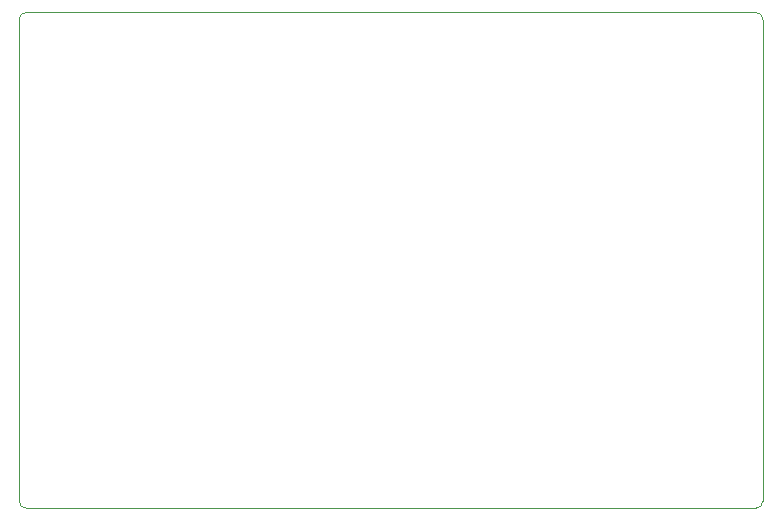
<source format=gbr>
%TF.GenerationSoftware,KiCad,Pcbnew,(5.1.7)-1*%
%TF.CreationDate,2021-07-14T13:30:58-05:00*%
%TF.ProjectId,PwmRgbLaserDriver Rev. B,50776d52-6762-44c6-9173-657244726976,rev?*%
%TF.SameCoordinates,Original*%
%TF.FileFunction,Profile,NP*%
%FSLAX46Y46*%
G04 Gerber Fmt 4.6, Leading zero omitted, Abs format (unit mm)*
G04 Created by KiCad (PCBNEW (5.1.7)-1) date 2021-07-14 13:30:58*
%MOMM*%
%LPD*%
G01*
G04 APERTURE LIST*
%TA.AperFunction,Profile*%
%ADD10C,0.050000*%
%TD*%
G04 APERTURE END LIST*
D10*
X269376000Y-19051000D02*
X207645000Y-19050000D01*
X270011000Y-60414000D02*
X270011000Y-19686000D01*
X207644000Y-61050000D02*
X269376000Y-61049000D01*
X207010000Y-19685000D02*
X207009000Y-60415000D01*
X269376000Y-19051000D02*
G75*
G02*
X270011000Y-19686000I0J-635000D01*
G01*
X270011000Y-60414000D02*
G75*
G02*
X269376000Y-61049000I-635000J0D01*
G01*
X207644000Y-61050000D02*
G75*
G02*
X207009000Y-60415000I0J635000D01*
G01*
X207010000Y-19685000D02*
G75*
G02*
X207645000Y-19050000I635000J0D01*
G01*
M02*

</source>
